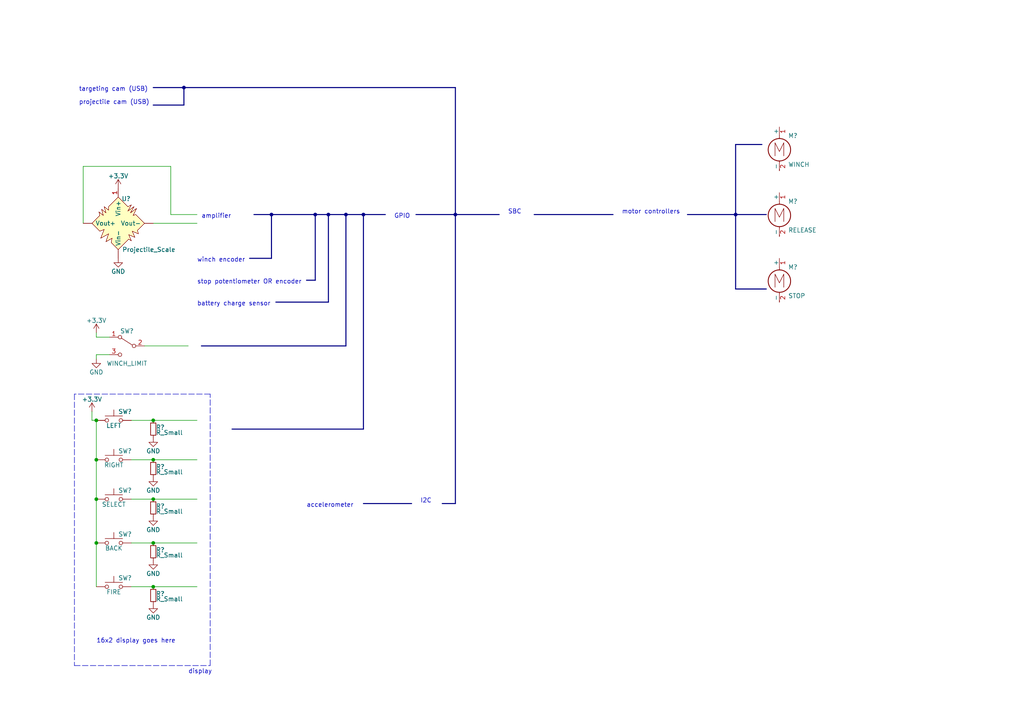
<source format=kicad_sch>
(kicad_sch (version 20211123) (generator eeschema)
  (paper "A4")
  (lib_symbols
    (symbol "Catapult:Strain_Gauge" (pin_names (offset 1.016))
      (property "Reference" "U" (at 2.286 7.112 0))
      (property "Value" "Strain_Gauge" (at 7.62 -6.858 0))
      (symbol "Strain_Gauge_0_1"
        (polyline (pts (xy -7.62 0) (xy -5.334 2.286) (xy -5.588 3.302) (xy -4.318 2.286) (xy -4.826 4.064) (xy -3.556 3.048) (xy -4.064 4.826) (xy -2.794 3.81) (xy -2.794 4.826) (xy 0 7.62) (xy 2.794 4.826) (xy 3.81 5.334) (xy 2.794 3.556) (xy 4.572 4.826) (xy 3.556 3.048) (xy 5.334 4.318) (xy 4.318 2.286) (xy 5.08 2.54) (xy 7.62 0) (xy 5.588 -2.032) (xy 5.842 -3.048) (xy 4.064 -2.286) (xy 4.826 -4.064) (xy 3.048 -3.302) (xy 3.81 -5.08) (xy 3.048 -4.572) (xy 0 -7.62) (xy -2.032 -5.588) (xy -1.778 -4.318) (xy -3.556 -5.334) (xy -2.794 -3.048) (xy -5.08 -4.318) (xy -4.064 -1.778) (xy -5.334 -2.286) (xy -7.62 0)) (fill (type background)))
      )
      (symbol "Strain_Gauge_1_1"
        (pin input line (at 0 10.16 270) (length 2.54) (name "Vin+") (number "1"))
        (pin input line (at 0 -10.16 90) (length 2.54) (name "Vin-") (number "~"))
        (pin output line (at -10.16 0 0) (length 2.54) (name "Vout+") (number "~"))
        (pin output line (at 10.16 0 180) (length 2.54) (name "Vout-") (number "~"))
      )
    )
    (symbol "Device:R_Small" (pin_numbers hide) (pin_names (offset 0.254) hide)
      (property "Reference" "R" (at 0.762 0.508 0))
      (property "Value" "R_Small" (at 0.762 -1.016 0))
      (symbol "R_Small_0_1"
        (rectangle (start -0.762 1.778) (end 0.762 -1.778) (stroke (width 0.2032)))
      )
      (symbol "R_Small_1_1"
        (pin passive line (at 0 2.54 270) (length 0.762) (name "~") (number "1"))
        (pin passive line (at 0 -2.54 90) (length 0.762) (name "~") (number "2"))
      )
    )
    (symbol "Motor:Motor_DC" (pin_names (offset 0))
      (property "Reference" "M" (at 2.54 2.54 0))
      (property "Value" "Motor_DC" (at 2.54 -5.08 0))
      (symbol "Motor_DC_0_0"
        (polyline (pts (xy -1.27 -3.302) (xy -1.27 0.508) (xy 0 -2.032) (xy 1.27 0.508) (xy 1.27 -3.302)))
      )
      (symbol "Motor_DC_0_1"
        (circle (center 0 -1.524) (radius 3.2512) (stroke (width 0.254)))
        (polyline (pts (xy 0 -7.62) (xy 0 -7.112)))
        (polyline (pts (xy 0 -4.7752) (xy 0 -5.1816)))
        (polyline (pts (xy 0 1.7272) (xy 0 2.0828)))
        (polyline (pts (xy 0 2.032) (xy 0 2.54)))
      )
      (symbol "Motor_DC_1_1"
        (pin passive line (at 0 5.08 270) (length 2.54) (name "+") (number "1"))
        (pin passive line (at 0 -7.62 90) (length 2.54) (name "-") (number "2"))
      )
    )
    (symbol "Switch:SW_Push" (pin_numbers hide) (pin_names (offset 1.016) hide)
      (property "Reference" "SW" (at 1.27 2.54 0))
      (property "Value" "SW_Push" (at 0 -1.524 0))
      (symbol "SW_Push_0_1"
        (circle (center -2.032 0) (radius 0.508))
        (polyline (pts (xy 0 1.27) (xy 0 3.048)))
        (polyline (pts (xy 2.54 1.27) (xy -2.54 1.27)))
        (circle (center 2.032 0) (radius 0.508))
        (pin passive line (at -5.08 0 0) (length 2.54) (name "1") (number "1"))
        (pin passive line (at 5.08 0 180) (length 2.54) (name "2") (number "2"))
      )
    )
    (symbol "Switch:SW_SPDT" (pin_names (offset 0) hide)
      (property "Reference" "SW" (at 0 4.318 0))
      (property "Value" "SW_SPDT" (at 0 -5.08 0))
      (symbol "SW_SPDT_0_0"
        (circle (center -2.032 0) (radius 0.508))
        (circle (center 2.032 -2.54) (radius 0.508))
      )
      (symbol "SW_SPDT_0_1"
        (polyline (pts (xy -1.524 0.254) (xy 1.651 2.286)))
        (circle (center 2.032 2.54) (radius 0.508))
      )
      (symbol "SW_SPDT_1_1"
        (pin passive line (at 5.08 2.54 180) (length 2.54) (name "A") (number "1"))
        (pin passive line (at -5.08 0 0) (length 2.54) (name "B") (number "2"))
        (pin passive line (at 5.08 -2.54 180) (length 2.54) (name "C") (number "3"))
      )
    )
    (symbol "power:+3.3V" (power) (pin_names (offset 0))
      (property "Value" "+3.3V" (at 0 3.556 0))
      (symbol "+3.3V_0_1"
        (polyline (pts (xy -0.762 1.27) (xy 0 2.54)))
        (polyline (pts (xy 0 0) (xy 0 2.54)))
        (polyline (pts (xy 0 2.54) (xy 0.762 1.27)))
      )
      (symbol "+3.3V_1_1"
        (pin power_in line (at 0 0 90) (length 0) hide (name "+3.3V") (number "1"))
      )
    )
    (symbol "power:GND" (power) (pin_names (offset 0))
      (property "Value" "GND" (at 0 -3.81 0))
      (symbol "GND_0_1"
        (polyline (pts (xy 0 0) (xy 0 -1.27) (xy 1.27 -1.27) (xy 0 -2.54) (xy -1.27 -1.27) (xy 0 -1.27)))
      )
      (symbol "GND_1_1"
        (pin power_in line (at 0 0 270) (length 0) hide (name "GND") (number "1"))
      )
    )
  )
  (junction (at 132.08 62.23))
  (junction (at 100.33 62.23))
  (junction (at 95.25 62.23))
  (junction (at 78.74 62.23))
  (junction (at 27.94 157.48))
  (junction (at 91.44 62.23))
  (junction (at 44.45 121.92))
  (junction (at 44.45 133.35))
  (junction (at 53.34 25.4))
  (junction (at 27.94 121.92))
  (junction (at 213.36 62.23))
  (junction (at 44.45 157.48))
  (junction (at 27.94 144.78))
  (junction (at 44.45 170.18))
  (junction (at 44.45 144.78))
  (junction (at 105.41 62.23))
  (junction (at 27.94 133.35))
  (bus (pts (xy 199.39 62.23) (xy 213.36 62.23)))
  (bus (pts (xy 44.45 30.48) (xy 53.34 30.48)))
  (polyline (pts (xy 60.96 193.04) (xy 60.96 114.3)))
  (bus (pts (xy 100.33 100.33) (xy 100.33 62.23)))
  (wire (pts (xy 44.45 157.48) (xy 57.15 157.48)))
  (bus (pts (xy 53.34 25.4) (xy 132.08 25.4)))
  (bus (pts (xy 53.34 30.48) (xy 53.34 25.4)))
  (wire (pts (xy 27.94 96.52) (xy 27.94 97.79)))
  (wire (pts (xy 26.67 119.38) (xy 26.67 121.92)))
  (bus (pts (xy 44.45 25.4) (xy 53.34 25.4)))
  (wire (pts (xy 44.45 144.78) (xy 57.15 144.78)))
  (bus (pts (xy 105.41 146.05) (xy 119.38 146.05)))
  (wire (pts (xy 27.94 144.78) (xy 27.94 157.48)))
  (wire (pts (xy 38.1 133.35) (xy 44.45 133.35)))
  (bus (pts (xy 213.36 83.82) (xy 222.25 83.82)))
  (wire (pts (xy 27.94 97.79) (xy 31.75 97.79)))
  (wire (pts (xy 24.13 64.77) (xy 24.13 48.26)))
  (wire (pts (xy 38.1 170.18) (xy 44.45 170.18)))
  (bus (pts (xy 91.44 81.28) (xy 91.44 62.23)))
  (wire (pts (xy 27.94 133.35) (xy 27.94 144.78)))
  (bus (pts (xy 78.74 62.23) (xy 91.44 62.23)))
  (polyline (pts (xy 21.59 193.04) (xy 60.96 193.04)))
  (bus (pts (xy 88.9 81.28) (xy 91.44 81.28)))
  (bus (pts (xy 67.31 124.46) (xy 105.41 124.46)))
  (bus (pts (xy 213.36 62.23) (xy 222.25 62.23)))
  (bus (pts (xy 132.08 146.05) (xy 132.08 62.23)))
  (wire (pts (xy 38.1 157.48) (xy 44.45 157.48)))
  (wire (pts (xy 27.94 170.18) (xy 27.94 157.48)))
  (bus (pts (xy 213.36 62.23) (xy 213.36 83.82)))
  (wire (pts (xy 26.67 121.92) (xy 27.94 121.92)))
  (bus (pts (xy 95.25 62.23) (xy 100.33 62.23)))
  (bus (pts (xy 132.08 25.4) (xy 132.08 62.23)))
  (wire (pts (xy 44.45 64.77) (xy 57.15 64.77)))
  (bus (pts (xy 73.66 62.23) (xy 78.74 62.23)))
  (bus (pts (xy 154.94 62.23) (xy 177.8 62.23)))
  (wire (pts (xy 27.94 121.92) (xy 27.94 133.35)))
  (bus (pts (xy 213.36 62.23) (xy 213.36 41.91)))
  (bus (pts (xy 91.44 62.23) (xy 95.25 62.23)))
  (bus (pts (xy 58.42 100.33) (xy 100.33 100.33)))
  (bus (pts (xy 213.36 41.91) (xy 220.98 41.91)))
  (wire (pts (xy 49.53 62.23) (xy 57.15 62.23)))
  (bus (pts (xy 72.39 74.93) (xy 78.74 74.93)))
  (polyline (pts (xy 21.59 114.3) (xy 21.59 193.04)))
  (bus (pts (xy 120.65 62.23) (xy 132.08 62.23)))
  (wire (pts (xy 44.45 121.92) (xy 57.15 121.92)))
  (wire (pts (xy 44.45 133.35) (xy 57.15 133.35)))
  (wire (pts (xy 38.1 144.78) (xy 44.45 144.78)))
  (bus (pts (xy 128.27 146.05) (xy 132.08 146.05)))
  (bus (pts (xy 132.08 62.23) (xy 144.78 62.23)))
  (bus (pts (xy 80.01 87.63) (xy 95.25 87.63)))
  (bus (pts (xy 78.74 74.93) (xy 78.74 62.23)))
  (bus (pts (xy 105.41 62.23) (xy 111.76 62.23)))
  (wire (pts (xy 24.13 48.26) (xy 49.53 48.26)))
  (wire (pts (xy 41.91 100.33) (xy 54.61 100.33)))
  (wire (pts (xy 31.75 102.87) (xy 27.94 102.87)))
  (wire (pts (xy 27.94 102.87) (xy 27.94 104.14)))
  (wire (pts (xy 38.1 121.92) (xy 44.45 121.92)))
  (wire (pts (xy 49.53 48.26) (xy 49.53 62.23)))
  (bus (pts (xy 105.41 124.46) (xy 105.41 62.23)))
  (bus (pts (xy 95.25 87.63) (xy 95.25 62.23)))
  (bus (pts (xy 100.33 62.23) (xy 105.41 62.23)))
  (polyline (pts (xy 60.96 114.3) (xy 21.59 114.3)))
  (wire (pts (xy 44.45 170.18) (xy 57.15 170.18)))
  (text "battery charge sensor" (at 57.15 88.9 0) (effects (font (size 1.27 1.27)) (justify left bottom)))
  (text "SBC" (at 147.32 62.23 0) (effects (font (size 1.27 1.27)) (justify left bottom)))
  (text "I2C" (at 121.92 146.05 0) (effects (font (size 1.27 1.27)) (justify left bottom)))
  (text "targeting cam (USB)" (at 22.86 26.67 0) (effects (font (size 1.27 1.27)) (justify left bottom)))
  (text "GPIO" (at 114.3 63.5 0) (effects (font (size 1.27 1.27)) (justify left bottom)))
  (text "display" (at 54.61 195.58 0) (effects (font (size 1.27 1.27)) (justify left bottom)))
  (text "16x2 display goes here" (at 27.94 186.69 0) (effects (font (size 1.27 1.27)) (justify left bottom)))
  (text "accelerometer" (at 88.9 147.32 0) (effects (font (size 1.27 1.27)) (justify left bottom)))
  (text "motor controllers" (at 180.34 62.23 0) (effects (font (size 1.27 1.27)) (justify left bottom)))
  (text "projectile cam (USB)" (at 22.86 30.48 0) (effects (font (size 1.27 1.27)) (justify left bottom)))
  (text "amplifier" (at 58.42 63.5 0) (effects (font (size 1.27 1.27)) (justify left bottom)))
  (text "stop potentiometer OR encoder" (at 57.15 82.55 0) (effects (font (size 1.27 1.27)) (justify left bottom)))
  (text "winch encoder" (at 57.15 76.2 0) (effects (font (size 1.27 1.27)) (justify left bottom)))
  (symbol (lib_id "Motor:Motor_DC") (at 226.06 41.91 0) (unit 1)
    (property "Reference" "M?" (at 228.6 39.37 0) (effects (justify left)))
    (property "Value" "WINCH" (at 228.6 46.99 0) (effects (justify left top)))
  )
  (symbol (lib_id "Motor:Motor_DC") (at 226.06 60.96 0) (unit 1)
    (property "Reference" "M?" (at 228.6 58.42 0) (effects (justify left)))
    (property "Value" "RELEASE" (at 228.6 66.04 0) (effects (justify left top)))
  )
  (symbol (lib_id "Motor:Motor_DC") (at 226.06 80.01 0) (unit 1)
    (property "Reference" "M?" (at 228.6 77.47 0) (effects (justify left)))
    (property "Value" "STOP" (at 228.6 85.09 0) (effects (justify left top)))
  )
  (symbol (lib_id "Switch:SW_SPDT") (at 36.83 100.33 0) (mirror y) (unit 1)
    (property "Reference" "SW?" (at 36.83 96.012 0))
    (property "Value" "WINCH_LIMIT" (at 36.83 105.41 0))
  )
  (symbol (lib_id "power:+3.3V") (at 27.94 96.52 0) (unit 1)
    (property "Reference" "#PWR?" (effects hide))
    (property "Value" "+3.3V" (at 27.94 92.964 0))
  )
  (symbol (lib_id "power:GND") (at 27.94 104.14 0) (unit 1)
    (property "Reference" "#PWR?" (effects hide))
    (property "Value" "GND" (at 27.94 107.95 0))
  )
  (symbol (lib_id "Switch:SW_Push") (at 33.02 121.92 0) (unit 1)
    (property "Reference" "SW?" (at 34.29 119.38 0) (effects (justify left)))
    (property "Value" "LEFT" (at 33.02 123.444 0))
  )
  (symbol (lib_id "Switch:SW_Push") (at 33.02 133.35 0) (unit 1)
    (property "Reference" "SW?" (at 34.29 130.81 0) (effects (justify left)))
    (property "Value" "RIGHT" (at 33.02 134.874 0))
  )
  (symbol (lib_id "Switch:SW_Push") (at 33.02 144.78 0) (unit 1)
    (property "Reference" "SW?" (at 34.29 142.24 0) (effects (justify left)))
    (property "Value" "SELECT" (at 33.02 146.304 0))
  )
  (symbol (lib_id "power:+3.3V") (at 26.67 119.38 0) (unit 1)
    (property "Reference" "#PWR?" (effects hide))
    (property "Value" "+3.3V" (at 26.67 115.824 0))
  )
  (symbol (lib_id "Device:R_Small") (at 44.45 124.46 0) (unit 1)
    (property "Reference" "R?" (at 45.212 123.952 0) (effects (justify left)))
    (property "Value" "R_Small" (at 45.212 125.476 0) (effects (justify left)))
  )
  (symbol (lib_id "power:GND") (at 44.45 127 0) (unit 1)
    (property "Reference" "#PWR?" (effects hide))
    (property "Value" "GND" (at 44.45 130.81 0))
  )
  (symbol (lib_id "power:GND") (at 44.45 138.43 0) (unit 1)
    (property "Reference" "#PWR?" (effects hide))
    (property "Value" "GND" (at 44.45 142.24 0))
  )
  (symbol (lib_id "Device:R_Small") (at 44.45 135.89 0) (unit 1)
    (property "Reference" "R?" (at 45.212 135.382 0) (effects (justify left)))
    (property "Value" "R_Small" (at 45.212 136.906 0) (effects (justify left)))
  )
  (symbol (lib_id "power:GND") (at 44.45 149.86 0) (unit 1)
    (property "Reference" "#PWR?" (effects hide))
    (property "Value" "GND" (at 44.45 153.67 0))
  )
  (symbol (lib_id "Device:R_Small") (at 44.45 147.32 0) (unit 1)
    (property "Reference" "R?" (at 45.212 146.812 0) (effects (justify left)))
    (property "Value" "R_Small" (at 45.212 148.336 0) (effects (justify left)))
  )
  (symbol (lib_id "Switch:SW_Push") (at 33.02 157.48 0) (unit 1)
    (property "Reference" "SW?" (at 34.29 154.94 0) (effects (justify left)))
    (property "Value" "BACK" (at 33.02 159.004 0))
  )
  (symbol (lib_id "power:GND") (at 44.45 162.56 0) (unit 1)
    (property "Reference" "#PWR?" (effects hide))
    (property "Value" "GND" (at 44.45 166.37 0))
  )
  (symbol (lib_id "Device:R_Small") (at 44.45 160.02 0) (unit 1)
    (property "Reference" "R?" (at 45.212 159.512 0) (effects (justify left)))
    (property "Value" "R_Small" (at 45.212 161.036 0) (effects (justify left)))
  )
  (symbol (lib_id "Switch:SW_Push") (at 33.02 170.18 0) (unit 1)
    (property "Reference" "SW?" (at 34.29 167.64 0) (effects (justify left)))
    (property "Value" "FIRE" (at 33.02 171.704 0))
  )
  (symbol (lib_id "power:GND") (at 44.45 175.26 0) (unit 1)
    (property "Reference" "#PWR?" (effects hide))
    (property "Value" "GND" (at 44.45 179.07 0))
  )
  (symbol (lib_id "Device:R_Small") (at 44.45 172.72 0) (unit 1)
    (property "Reference" "R?" (at 45.212 172.212 0) (effects (justify left)))
    (property "Value" "R_Small" (at 45.212 173.736 0) (effects (justify left)))
  )
  (symbol (lib_id "Catapult:Strain_Gauge") (at 34.29 64.77 0) (unit 1)
    (property "Reference" "U?" (at 36.576 57.658 0))
    (property "Value" "Projectile_Scale" (at 43.18 72.39 0))
  )
  (symbol (lib_id "power:+3.3V") (at 34.29 54.61 0) (unit 1)
    (property "Reference" "#PWR?" (effects hide))
    (property "Value" "+3.3V" (at 34.29 51.054 0))
  )
  (symbol (lib_id "power:GND") (at 34.29 74.93 0) (unit 1)
    (property "Reference" "#PWR?" (effects hide))
    (property "Value" "GND" (at 34.29 78.74 0))
  )
)
</source>
